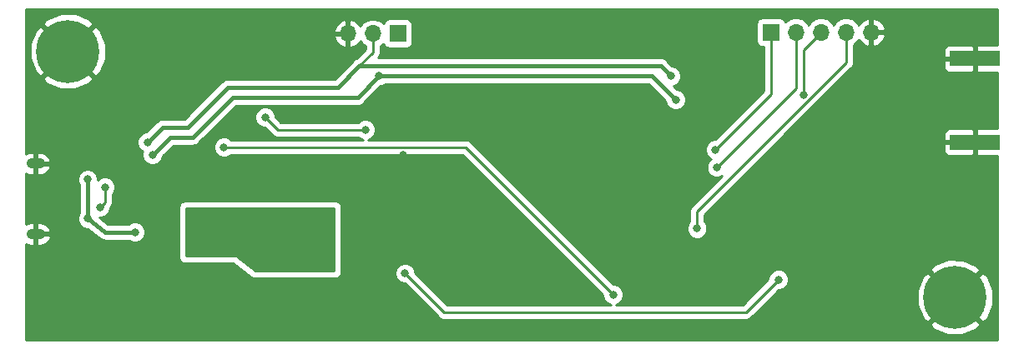
<source format=gbr>
G04 #@! TF.GenerationSoftware,KiCad,Pcbnew,5.0.2+dfsg1-1*
G04 #@! TF.CreationDate,2021-02-25T16:07:11+01:00*
G04 #@! TF.ProjectId,Pager-Interface (KiCAD),50616765-722d-4496-9e74-657266616365,rev?*
G04 #@! TF.SameCoordinates,Original*
G04 #@! TF.FileFunction,Copper,L2,Bot*
G04 #@! TF.FilePolarity,Positive*
%FSLAX46Y46*%
G04 Gerber Fmt 4.6, Leading zero omitted, Abs format (unit mm)*
G04 Created by KiCad (PCBNEW 5.0.2+dfsg1-1) date Thu 25 Feb 2021 16:07:11 CET*
%MOMM*%
%LPD*%
G01*
G04 APERTURE LIST*
G04 #@! TA.AperFunction,ComponentPad*
%ADD10C,6.400000*%
G04 #@! TD*
G04 #@! TA.AperFunction,ComponentPad*
%ADD11O,1.900000X1.050000*%
G04 #@! TD*
G04 #@! TA.AperFunction,SMDPad,CuDef*
%ADD12R,5.080000X1.500000*%
G04 #@! TD*
G04 #@! TA.AperFunction,ComponentPad*
%ADD13R,1.700000X1.700000*%
G04 #@! TD*
G04 #@! TA.AperFunction,ComponentPad*
%ADD14O,1.700000X1.700000*%
G04 #@! TD*
G04 #@! TA.AperFunction,ViaPad*
%ADD15C,0.800000*%
G04 #@! TD*
G04 #@! TA.AperFunction,Conductor*
%ADD16C,0.400000*%
G04 #@! TD*
G04 #@! TA.AperFunction,Conductor*
%ADD17C,0.250000*%
G04 #@! TD*
G04 #@! TA.AperFunction,Conductor*
%ADD18C,0.254000*%
G04 #@! TD*
G04 APERTURE END LIST*
D10*
G04 #@! TO.P,REF\002A\002A,1*
G04 #@! TO.N,GND*
X134000000Y-126000000D03*
G04 #@! TD*
D11*
G04 #@! TO.P,J1,6*
G04 #@! TO.N,GND*
X40710000Y-112425000D03*
X40710000Y-119575000D03*
G04 #@! TD*
D12*
G04 #@! TO.P,J2,2*
G04 #@! TO.N,GND*
X136000000Y-110250000D03*
X136000000Y-101750000D03*
G04 #@! TD*
D10*
G04 #@! TO.P,REF\002A\002A,1*
G04 #@! TO.N,GND*
X44000000Y-101000000D03*
G04 #@! TD*
D13*
G04 #@! TO.P,J3,1*
G04 #@! TO.N,/RX_Data*
X115316000Y-99060000D03*
D14*
G04 #@! TO.P,J3,2*
G04 #@! TO.N,/RX_Clock*
X117856000Y-99060000D03*
G04 #@! TO.P,J3,3*
G04 #@! TO.N,/RSSI*
X120396000Y-99060000D03*
G04 #@! TO.P,J3,4*
G04 #@! TO.N,/nIRQ*
X122936000Y-99060000D03*
G04 #@! TO.P,J3,5*
G04 #@! TO.N,GND*
X125476000Y-99060000D03*
G04 #@! TD*
D13*
G04 #@! TO.P,J4,1*
G04 #@! TO.N,/RX0*
X77470000Y-99187000D03*
D14*
G04 #@! TO.P,J4,2*
G04 #@! TO.N,/TX0*
X74930000Y-99187000D03*
G04 #@! TO.P,J4,3*
G04 #@! TO.N,GND*
X72390000Y-99187000D03*
G04 #@! TD*
D15*
G04 #@! TO.N,+5V*
X50800000Y-119380000D03*
X46000000Y-118000000D03*
X46000000Y-114000000D03*
G04 #@! TO.N,GND*
X59436000Y-124968000D03*
X53848000Y-121793000D03*
X77978000Y-129286000D03*
X73660000Y-129286000D03*
X67310000Y-129286000D03*
X56642000Y-129540000D03*
X50038000Y-128778000D03*
X44450000Y-128778000D03*
X42672000Y-125222000D03*
X47752000Y-110998000D03*
X43688000Y-108204000D03*
X47752000Y-107696000D03*
X49784000Y-101600000D03*
X53594000Y-99060000D03*
X59182000Y-100076000D03*
X77978000Y-111506000D03*
X73914000Y-115570000D03*
X75184000Y-118364000D03*
X104140000Y-122682000D03*
X107188000Y-124968000D03*
X110744000Y-124206000D03*
X108204000Y-104013000D03*
X123444000Y-103378000D03*
X128270000Y-103378000D03*
X133096000Y-115570000D03*
X136398000Y-119634000D03*
X127762000Y-125730000D03*
X123190000Y-128778000D03*
X123952000Y-125222000D03*
X132080000Y-113030000D03*
X132588000Y-119380000D03*
X128524000Y-128270000D03*
X40894000Y-128524000D03*
X65024000Y-115316000D03*
X60198000Y-109220000D03*
X80264000Y-129286000D03*
X105410000Y-113030000D03*
X110490000Y-101727000D03*
X82931000Y-126111000D03*
G04 #@! TO.N,+3V3*
X56388000Y-117348000D03*
X56388000Y-121412000D03*
X70612000Y-117348000D03*
X70612000Y-122936000D03*
X62230000Y-117348000D03*
X69088000Y-119888000D03*
X65532000Y-122428000D03*
X62230000Y-121666000D03*
G04 #@! TO.N,/EN*
X64008000Y-107696000D03*
X74168000Y-108965990D03*
G04 #@! TO.N,/IO0*
X99314006Y-125730000D03*
X59816996Y-110744000D03*
G04 #@! TO.N,/RX0*
X105664000Y-105918000D03*
X52578000Y-111506000D03*
X75565000Y-103505000D03*
G04 #@! TO.N,/TX0*
X52070000Y-110236000D03*
X105156000Y-103505000D03*
G04 #@! TO.N,/nIRQ*
X107823000Y-119014000D03*
G04 #@! TO.N,/CLK*
X116077996Y-124205996D03*
X78193117Y-123555565D03*
G04 #@! TO.N,/RSSI*
X118618000Y-105410010D03*
G04 #@! TO.N,/RX_Clock*
X109818000Y-112776000D03*
G04 #@! TO.N,/RX_Data*
X109676000Y-110998000D03*
G04 #@! TO.N,/D+*
X47244000Y-116840000D03*
X47752000Y-114808000D03*
G04 #@! TD*
D16*
G04 #@! TO.N,+5V*
X50800000Y-119380000D02*
X50800000Y-119380000D01*
X47752000Y-119380000D02*
X50800000Y-119380000D01*
X46000000Y-118000000D02*
X46000000Y-118000000D01*
X46000000Y-118000000D02*
X47752000Y-119380000D01*
X46000000Y-114000000D02*
X46000000Y-118000000D01*
D17*
G04 #@! TO.N,/EN*
X73602315Y-108965990D02*
X74168000Y-108965990D01*
X65277990Y-108965990D02*
X73602315Y-108965990D01*
X64008000Y-107696000D02*
X65277990Y-108965990D01*
G04 #@! TO.N,/IO0*
X99314006Y-125730000D02*
X84328006Y-110744000D01*
X84328006Y-110744000D02*
X60382681Y-110744000D01*
X60382681Y-110744000D02*
X59816996Y-110744000D01*
D16*
G04 #@! TO.N,/RX0*
X105664000Y-105918000D02*
X105664000Y-105918000D01*
X54356000Y-109728000D02*
X56642000Y-109728000D01*
X56642000Y-109728000D02*
X60706000Y-105664000D01*
X52578000Y-111506000D02*
X54356000Y-109728000D01*
X60706000Y-105664000D02*
X73406000Y-105664000D01*
X73406000Y-105664000D02*
X75565000Y-103505000D01*
X75565000Y-103505000D02*
X75565000Y-103505000D01*
X103251000Y-103505000D02*
X105664000Y-105918000D01*
X75565000Y-103505000D02*
X103251000Y-103505000D01*
G04 #@! TO.N,/TX0*
X53594000Y-108712000D02*
X56134000Y-108712000D01*
X71374000Y-104648000D02*
X73533000Y-102489000D01*
X52070000Y-110236000D02*
X53594000Y-108712000D01*
X56134000Y-108712000D02*
X60198000Y-104648000D01*
X60198000Y-104648000D02*
X71374000Y-104648000D01*
X73533000Y-102489000D02*
X104140000Y-102489000D01*
X104756001Y-103105001D02*
X105156000Y-103505000D01*
X104140000Y-102489000D02*
X104756001Y-103105001D01*
D17*
X74930000Y-101092000D02*
X74930000Y-99187000D01*
X73533000Y-102489000D02*
X74930000Y-101092000D01*
G04 #@! TO.N,/nIRQ*
X107823000Y-118448315D02*
X107823000Y-119014000D01*
X107823000Y-117278012D02*
X107823000Y-118448315D01*
X122936000Y-102165012D02*
X107823000Y-117278012D01*
X122936000Y-99060000D02*
X122936000Y-102165012D01*
G04 #@! TO.N,/CLK*
X116077996Y-124205996D02*
X112775992Y-127508000D01*
X112775992Y-127508000D02*
X82145552Y-127508000D01*
X82145552Y-127508000D02*
X78593116Y-123955564D01*
X78593116Y-123955564D02*
X78193117Y-123555565D01*
G04 #@! TO.N,/RSSI*
X120396000Y-99060000D02*
X118618000Y-100838000D01*
X118618000Y-104844325D02*
X118618000Y-105410010D01*
X118618000Y-100838000D02*
X118618000Y-104844325D01*
G04 #@! TO.N,/RX_Clock*
X117856000Y-104738000D02*
X109818000Y-112776000D01*
X117856000Y-99060000D02*
X117856000Y-104738000D01*
G04 #@! TO.N,/RX_Data*
X115316000Y-105358000D02*
X109676000Y-110998000D01*
X115316000Y-99060000D02*
X115316000Y-105358000D01*
G04 #@! TO.N,/D+*
X47752000Y-116332000D02*
X47244000Y-116840000D01*
X47752000Y-114808000D02*
X47752000Y-116332000D01*
G04 #@! TD*
D18*
G04 #@! TO.N,+3V3*
G36*
X70993000Y-123317000D02*
X63034333Y-123317000D01*
X61036200Y-121818400D01*
X60991519Y-121796973D01*
X60960000Y-121793000D01*
X56007000Y-121793000D01*
X56007000Y-116967000D01*
X70993000Y-116967000D01*
X70993000Y-123317000D01*
X70993000Y-123317000D01*
G37*
X70993000Y-123317000D02*
X63034333Y-123317000D01*
X61036200Y-121818400D01*
X60991519Y-121796973D01*
X60960000Y-121793000D01*
X56007000Y-121793000D01*
X56007000Y-116967000D01*
X70993000Y-116967000D01*
X70993000Y-123317000D01*
G04 #@! TO.N,GND*
G36*
X138290001Y-100365000D02*
X136285750Y-100365000D01*
X136127000Y-100523750D01*
X136127000Y-101623000D01*
X136147000Y-101623000D01*
X136147000Y-101877000D01*
X136127000Y-101877000D01*
X136127000Y-102976250D01*
X136285750Y-103135000D01*
X138290001Y-103135000D01*
X138290001Y-108865000D01*
X136285750Y-108865000D01*
X136127000Y-109023750D01*
X136127000Y-110123000D01*
X136147000Y-110123000D01*
X136147000Y-110377000D01*
X136127000Y-110377000D01*
X136127000Y-111476250D01*
X136285750Y-111635000D01*
X138290001Y-111635000D01*
X138290000Y-130290000D01*
X39710000Y-130290000D01*
X39710000Y-128740910D01*
X131438695Y-128740910D01*
X131805640Y-129236343D01*
X133211171Y-129829736D01*
X134736793Y-129840087D01*
X136150246Y-129265819D01*
X136194360Y-129236343D01*
X136561305Y-128740910D01*
X134000000Y-126179605D01*
X131438695Y-128740910D01*
X39710000Y-128740910D01*
X39710000Y-120586558D01*
X39723755Y-120598099D01*
X40158000Y-120735000D01*
X40583000Y-120735000D01*
X40583000Y-119702000D01*
X40837000Y-119702000D01*
X40837000Y-120735000D01*
X41262000Y-120735000D01*
X41696245Y-120598099D01*
X42045046Y-120305441D01*
X42253964Y-119880810D01*
X42128163Y-119702000D01*
X40837000Y-119702000D01*
X40583000Y-119702000D01*
X40563000Y-119702000D01*
X40563000Y-119448000D01*
X40583000Y-119448000D01*
X40583000Y-118415000D01*
X40837000Y-118415000D01*
X40837000Y-119448000D01*
X42128163Y-119448000D01*
X42253964Y-119269190D01*
X42045046Y-118844559D01*
X41696245Y-118551901D01*
X41262000Y-118415000D01*
X40837000Y-118415000D01*
X40583000Y-118415000D01*
X40158000Y-118415000D01*
X39723755Y-118551901D01*
X39710000Y-118563442D01*
X39710000Y-113794126D01*
X44965000Y-113794126D01*
X44965000Y-114205874D01*
X45122569Y-114586280D01*
X45165000Y-114628711D01*
X45165001Y-117371288D01*
X45122569Y-117413720D01*
X44965000Y-117794126D01*
X44965000Y-118205874D01*
X45122569Y-118586280D01*
X45413720Y-118877431D01*
X45794126Y-119035000D01*
X45964553Y-119035000D01*
X47131296Y-119954011D01*
X47149999Y-119982001D01*
X47260958Y-120056142D01*
X47299928Y-120086837D01*
X47329183Y-120101728D01*
X47426199Y-120166552D01*
X47475997Y-120176457D01*
X47521243Y-120199488D01*
X47637560Y-120208594D01*
X47669763Y-120215000D01*
X47719380Y-120215000D01*
X47852413Y-120225415D01*
X47884422Y-120215000D01*
X50171289Y-120215000D01*
X50213720Y-120257431D01*
X50594126Y-120415000D01*
X51005874Y-120415000D01*
X51386280Y-120257431D01*
X51677431Y-119966280D01*
X51835000Y-119585874D01*
X51835000Y-119174126D01*
X51677431Y-118793720D01*
X51386280Y-118502569D01*
X51005874Y-118345000D01*
X50594126Y-118345000D01*
X50213720Y-118502569D01*
X50171289Y-118545000D01*
X48041361Y-118545000D01*
X47190751Y-117875000D01*
X47449874Y-117875000D01*
X47830280Y-117717431D01*
X48121431Y-117426280D01*
X48279000Y-117045874D01*
X48279000Y-116893913D01*
X48299929Y-116879929D01*
X48326608Y-116840000D01*
X55245000Y-116840000D01*
X55245000Y-121920000D01*
X55293336Y-122163004D01*
X55430987Y-122369013D01*
X55636996Y-122506664D01*
X55880000Y-122555000D01*
X60748333Y-122555000D01*
X62611000Y-123952000D01*
X62748996Y-124030664D01*
X62992000Y-124079000D01*
X71120000Y-124079000D01*
X71363004Y-124030664D01*
X71569013Y-123893013D01*
X71706664Y-123687004D01*
X71755000Y-123444000D01*
X71755000Y-116840000D01*
X71706664Y-116596996D01*
X71569013Y-116390987D01*
X71363004Y-116253336D01*
X71120000Y-116205000D01*
X55880000Y-116205000D01*
X55636996Y-116253336D01*
X55430987Y-116390987D01*
X55293336Y-116596996D01*
X55245000Y-116840000D01*
X48326608Y-116840000D01*
X48342327Y-116816476D01*
X48342329Y-116816474D01*
X48426102Y-116691098D01*
X48467904Y-116628537D01*
X48512000Y-116406852D01*
X48512000Y-116406848D01*
X48526888Y-116332001D01*
X48512000Y-116257154D01*
X48512000Y-115511711D01*
X48629431Y-115394280D01*
X48787000Y-115013874D01*
X48787000Y-114602126D01*
X48629431Y-114221720D01*
X48338280Y-113930569D01*
X47957874Y-113773000D01*
X47546126Y-113773000D01*
X47165720Y-113930569D01*
X47035000Y-114061289D01*
X47035000Y-113794126D01*
X46877431Y-113413720D01*
X46586280Y-113122569D01*
X46205874Y-112965000D01*
X45794126Y-112965000D01*
X45413720Y-113122569D01*
X45122569Y-113413720D01*
X44965000Y-113794126D01*
X39710000Y-113794126D01*
X39710000Y-113436558D01*
X39723755Y-113448099D01*
X40158000Y-113585000D01*
X40583000Y-113585000D01*
X40583000Y-112552000D01*
X40837000Y-112552000D01*
X40837000Y-113585000D01*
X41262000Y-113585000D01*
X41696245Y-113448099D01*
X42045046Y-113155441D01*
X42253964Y-112730810D01*
X42128163Y-112552000D01*
X40837000Y-112552000D01*
X40583000Y-112552000D01*
X40563000Y-112552000D01*
X40563000Y-112298000D01*
X40583000Y-112298000D01*
X40583000Y-111265000D01*
X40837000Y-111265000D01*
X40837000Y-112298000D01*
X42128163Y-112298000D01*
X42253964Y-112119190D01*
X42045046Y-111694559D01*
X41696245Y-111401901D01*
X41262000Y-111265000D01*
X40837000Y-111265000D01*
X40583000Y-111265000D01*
X40158000Y-111265000D01*
X39723755Y-111401901D01*
X39710000Y-111413442D01*
X39710000Y-110030126D01*
X51035000Y-110030126D01*
X51035000Y-110441874D01*
X51192569Y-110822280D01*
X51483720Y-111113431D01*
X51600325Y-111161730D01*
X51543000Y-111300126D01*
X51543000Y-111711874D01*
X51700569Y-112092280D01*
X51991720Y-112383431D01*
X52372126Y-112541000D01*
X52783874Y-112541000D01*
X53164280Y-112383431D01*
X53455431Y-112092280D01*
X53613000Y-111711874D01*
X53613000Y-111651867D01*
X54701868Y-110563000D01*
X56559767Y-110563000D01*
X56642000Y-110579357D01*
X56724233Y-110563000D01*
X56724237Y-110563000D01*
X56849286Y-110538126D01*
X58781996Y-110538126D01*
X58781996Y-110949874D01*
X58939565Y-111330280D01*
X59230716Y-111621431D01*
X59611122Y-111779000D01*
X60022870Y-111779000D01*
X60403276Y-111621431D01*
X60520707Y-111504000D01*
X84013205Y-111504000D01*
X98279006Y-125769803D01*
X98279006Y-125935874D01*
X98436575Y-126316280D01*
X98727726Y-126607431D01*
X99067090Y-126748000D01*
X82460354Y-126748000D01*
X79228117Y-123515764D01*
X79228117Y-123349691D01*
X79070548Y-122969285D01*
X78779397Y-122678134D01*
X78398991Y-122520565D01*
X77987243Y-122520565D01*
X77606837Y-122678134D01*
X77315686Y-122969285D01*
X77158117Y-123349691D01*
X77158117Y-123761439D01*
X77315686Y-124141845D01*
X77606837Y-124432996D01*
X77987243Y-124590565D01*
X78153316Y-124590565D01*
X81555223Y-127992473D01*
X81597623Y-128055929D01*
X81849015Y-128223904D01*
X82070700Y-128268000D01*
X82070704Y-128268000D01*
X82145551Y-128282888D01*
X82220398Y-128268000D01*
X112701145Y-128268000D01*
X112775992Y-128282888D01*
X112850839Y-128268000D01*
X112850844Y-128268000D01*
X113072529Y-128223904D01*
X113323921Y-128055929D01*
X113366323Y-127992470D01*
X114622000Y-126736793D01*
X130159913Y-126736793D01*
X130734181Y-128150246D01*
X130763657Y-128194360D01*
X131259090Y-128561305D01*
X133820395Y-126000000D01*
X134179605Y-126000000D01*
X136740910Y-128561305D01*
X137236343Y-128194360D01*
X137829736Y-126788829D01*
X137840087Y-125263207D01*
X137265819Y-123849754D01*
X137236343Y-123805640D01*
X136740910Y-123438695D01*
X134179605Y-126000000D01*
X133820395Y-126000000D01*
X131259090Y-123438695D01*
X130763657Y-123805640D01*
X130170264Y-125211171D01*
X130159913Y-126736793D01*
X114622000Y-126736793D01*
X116117798Y-125240996D01*
X116283870Y-125240996D01*
X116664276Y-125083427D01*
X116955427Y-124792276D01*
X117112996Y-124411870D01*
X117112996Y-124000122D01*
X116955427Y-123619716D01*
X116664276Y-123328565D01*
X116496549Y-123259090D01*
X131438695Y-123259090D01*
X134000000Y-125820395D01*
X136561305Y-123259090D01*
X136194360Y-122763657D01*
X134788829Y-122170264D01*
X133263207Y-122159913D01*
X131849754Y-122734181D01*
X131805640Y-122763657D01*
X131438695Y-123259090D01*
X116496549Y-123259090D01*
X116283870Y-123170996D01*
X115872122Y-123170996D01*
X115491716Y-123328565D01*
X115200565Y-123619716D01*
X115042996Y-124000122D01*
X115042996Y-124166194D01*
X112461191Y-126748000D01*
X99560922Y-126748000D01*
X99900286Y-126607431D01*
X100191437Y-126316280D01*
X100349006Y-125935874D01*
X100349006Y-125524126D01*
X100191437Y-125143720D01*
X99900286Y-124852569D01*
X99519880Y-124695000D01*
X99353809Y-124695000D01*
X93466935Y-118808126D01*
X106788000Y-118808126D01*
X106788000Y-119219874D01*
X106945569Y-119600280D01*
X107236720Y-119891431D01*
X107617126Y-120049000D01*
X108028874Y-120049000D01*
X108409280Y-119891431D01*
X108700431Y-119600280D01*
X108858000Y-119219874D01*
X108858000Y-118808126D01*
X108700431Y-118427720D01*
X108583000Y-118310289D01*
X108583000Y-117592813D01*
X115640063Y-110535750D01*
X132825000Y-110535750D01*
X132825000Y-111126309D01*
X132921673Y-111359698D01*
X133100301Y-111538327D01*
X133333690Y-111635000D01*
X135714250Y-111635000D01*
X135873000Y-111476250D01*
X135873000Y-110377000D01*
X132983750Y-110377000D01*
X132825000Y-110535750D01*
X115640063Y-110535750D01*
X116802122Y-109373691D01*
X132825000Y-109373691D01*
X132825000Y-109964250D01*
X132983750Y-110123000D01*
X135873000Y-110123000D01*
X135873000Y-109023750D01*
X135714250Y-108865000D01*
X133333690Y-108865000D01*
X133100301Y-108961673D01*
X132921673Y-109140302D01*
X132825000Y-109373691D01*
X116802122Y-109373691D01*
X123420473Y-102755341D01*
X123483929Y-102712941D01*
X123651904Y-102461549D01*
X123696000Y-102239864D01*
X123696000Y-102239860D01*
X123710888Y-102165012D01*
X123696000Y-102090164D01*
X123696000Y-102035750D01*
X132825000Y-102035750D01*
X132825000Y-102626309D01*
X132921673Y-102859698D01*
X133100301Y-103038327D01*
X133333690Y-103135000D01*
X135714250Y-103135000D01*
X135873000Y-102976250D01*
X135873000Y-101877000D01*
X132983750Y-101877000D01*
X132825000Y-102035750D01*
X123696000Y-102035750D01*
X123696000Y-100873691D01*
X132825000Y-100873691D01*
X132825000Y-101464250D01*
X132983750Y-101623000D01*
X135873000Y-101623000D01*
X135873000Y-100523750D01*
X135714250Y-100365000D01*
X133333690Y-100365000D01*
X133100301Y-100461673D01*
X132921673Y-100640302D01*
X132825000Y-100873691D01*
X123696000Y-100873691D01*
X123696000Y-100338178D01*
X124006625Y-100130625D01*
X124219843Y-99811522D01*
X124280817Y-99941358D01*
X124709076Y-100331645D01*
X125119110Y-100501476D01*
X125349000Y-100380155D01*
X125349000Y-99187000D01*
X125603000Y-99187000D01*
X125603000Y-100380155D01*
X125832890Y-100501476D01*
X126242924Y-100331645D01*
X126671183Y-99941358D01*
X126917486Y-99416892D01*
X126796819Y-99187000D01*
X125603000Y-99187000D01*
X125349000Y-99187000D01*
X125329000Y-99187000D01*
X125329000Y-98933000D01*
X125349000Y-98933000D01*
X125349000Y-97739845D01*
X125603000Y-97739845D01*
X125603000Y-98933000D01*
X126796819Y-98933000D01*
X126917486Y-98703108D01*
X126671183Y-98178642D01*
X126242924Y-97788355D01*
X125832890Y-97618524D01*
X125603000Y-97739845D01*
X125349000Y-97739845D01*
X125119110Y-97618524D01*
X124709076Y-97788355D01*
X124280817Y-98178642D01*
X124219843Y-98308478D01*
X124006625Y-97989375D01*
X123515418Y-97661161D01*
X123082256Y-97575000D01*
X122789744Y-97575000D01*
X122356582Y-97661161D01*
X121865375Y-97989375D01*
X121666000Y-98287761D01*
X121466625Y-97989375D01*
X120975418Y-97661161D01*
X120542256Y-97575000D01*
X120249744Y-97575000D01*
X119816582Y-97661161D01*
X119325375Y-97989375D01*
X119126000Y-98287761D01*
X118926625Y-97989375D01*
X118435418Y-97661161D01*
X118002256Y-97575000D01*
X117709744Y-97575000D01*
X117276582Y-97661161D01*
X116785375Y-97989375D01*
X116773184Y-98007619D01*
X116764157Y-97962235D01*
X116623809Y-97752191D01*
X116413765Y-97611843D01*
X116166000Y-97562560D01*
X114466000Y-97562560D01*
X114218235Y-97611843D01*
X114008191Y-97752191D01*
X113867843Y-97962235D01*
X113818560Y-98210000D01*
X113818560Y-99910000D01*
X113867843Y-100157765D01*
X114008191Y-100367809D01*
X114218235Y-100508157D01*
X114466000Y-100557440D01*
X114556000Y-100557440D01*
X114556001Y-105043196D01*
X109636199Y-109963000D01*
X109470126Y-109963000D01*
X109089720Y-110120569D01*
X108798569Y-110411720D01*
X108641000Y-110792126D01*
X108641000Y-111203874D01*
X108798569Y-111584280D01*
X109089720Y-111875431D01*
X109206490Y-111923799D01*
X108940569Y-112189720D01*
X108783000Y-112570126D01*
X108783000Y-112981874D01*
X108940569Y-113362280D01*
X109231720Y-113653431D01*
X109612126Y-113811000D01*
X110023874Y-113811000D01*
X110350506Y-113675705D01*
X107338530Y-116687681D01*
X107275071Y-116730083D01*
X107107096Y-116981476D01*
X107063000Y-117203161D01*
X107063000Y-117203165D01*
X107048112Y-117278012D01*
X107063000Y-117352859D01*
X107063001Y-118310288D01*
X106945569Y-118427720D01*
X106788000Y-118808126D01*
X93466935Y-118808126D01*
X84918337Y-110259530D01*
X84875935Y-110196071D01*
X84624543Y-110028096D01*
X84402858Y-109984000D01*
X84402853Y-109984000D01*
X84328006Y-109969112D01*
X84253159Y-109984000D01*
X74414892Y-109984000D01*
X74754280Y-109843421D01*
X75045431Y-109552270D01*
X75203000Y-109171864D01*
X75203000Y-108760116D01*
X75045431Y-108379710D01*
X74754280Y-108088559D01*
X74373874Y-107930990D01*
X73962126Y-107930990D01*
X73581720Y-108088559D01*
X73464289Y-108205990D01*
X65592792Y-108205990D01*
X65043000Y-107656199D01*
X65043000Y-107490126D01*
X64885431Y-107109720D01*
X64594280Y-106818569D01*
X64213874Y-106661000D01*
X63802126Y-106661000D01*
X63421720Y-106818569D01*
X63130569Y-107109720D01*
X62973000Y-107490126D01*
X62973000Y-107901874D01*
X63130569Y-108282280D01*
X63421720Y-108573431D01*
X63802126Y-108731000D01*
X63968199Y-108731000D01*
X64687661Y-109450463D01*
X64730061Y-109513919D01*
X64981453Y-109681894D01*
X65203138Y-109725990D01*
X65203142Y-109725990D01*
X65277989Y-109740878D01*
X65352836Y-109725990D01*
X73464289Y-109725990D01*
X73581720Y-109843421D01*
X73921108Y-109984000D01*
X60520707Y-109984000D01*
X60403276Y-109866569D01*
X60022870Y-109709000D01*
X59611122Y-109709000D01*
X59230716Y-109866569D01*
X58939565Y-110157720D01*
X58781996Y-110538126D01*
X56849286Y-110538126D01*
X56967801Y-110514552D01*
X57244001Y-110330001D01*
X57290587Y-110260280D01*
X61051868Y-106499000D01*
X73323767Y-106499000D01*
X73406000Y-106515357D01*
X73488233Y-106499000D01*
X73488237Y-106499000D01*
X73731801Y-106450552D01*
X74008001Y-106266001D01*
X74054587Y-106196280D01*
X75710868Y-104540000D01*
X75770874Y-104540000D01*
X76151280Y-104382431D01*
X76193711Y-104340000D01*
X102905133Y-104340000D01*
X104629000Y-106063869D01*
X104629000Y-106123874D01*
X104786569Y-106504280D01*
X105077720Y-106795431D01*
X105458126Y-106953000D01*
X105869874Y-106953000D01*
X106250280Y-106795431D01*
X106541431Y-106504280D01*
X106699000Y-106123874D01*
X106699000Y-105712126D01*
X106541431Y-105331720D01*
X106250280Y-105040569D01*
X105869874Y-104883000D01*
X105809869Y-104883000D01*
X105436116Y-104509248D01*
X105742280Y-104382431D01*
X106033431Y-104091280D01*
X106191000Y-103710874D01*
X106191000Y-103299126D01*
X106033431Y-102918720D01*
X105742280Y-102627569D01*
X105361874Y-102470000D01*
X105301868Y-102470000D01*
X104788587Y-101956720D01*
X104742001Y-101886999D01*
X104465801Y-101702448D01*
X104222237Y-101654000D01*
X104222233Y-101654000D01*
X104140000Y-101637643D01*
X104057767Y-101654000D01*
X75456870Y-101654000D01*
X75477929Y-101639929D01*
X75520327Y-101576476D01*
X75520329Y-101576474D01*
X75619316Y-101428329D01*
X75645904Y-101388537D01*
X75690000Y-101166852D01*
X75690000Y-101166848D01*
X75704888Y-101092001D01*
X75690000Y-101017154D01*
X75690000Y-100465178D01*
X76000625Y-100257625D01*
X76012816Y-100239381D01*
X76021843Y-100284765D01*
X76162191Y-100494809D01*
X76372235Y-100635157D01*
X76620000Y-100684440D01*
X78320000Y-100684440D01*
X78567765Y-100635157D01*
X78777809Y-100494809D01*
X78918157Y-100284765D01*
X78967440Y-100037000D01*
X78967440Y-98337000D01*
X78918157Y-98089235D01*
X78777809Y-97879191D01*
X78567765Y-97738843D01*
X78320000Y-97689560D01*
X76620000Y-97689560D01*
X76372235Y-97738843D01*
X76162191Y-97879191D01*
X76021843Y-98089235D01*
X76012816Y-98134619D01*
X76000625Y-98116375D01*
X75509418Y-97788161D01*
X75076256Y-97702000D01*
X74783744Y-97702000D01*
X74350582Y-97788161D01*
X73859375Y-98116375D01*
X73646157Y-98435478D01*
X73585183Y-98305642D01*
X73156924Y-97915355D01*
X72746890Y-97745524D01*
X72517000Y-97866845D01*
X72517000Y-99060000D01*
X72537000Y-99060000D01*
X72537000Y-99314000D01*
X72517000Y-99314000D01*
X72517000Y-100507155D01*
X72746890Y-100628476D01*
X73156924Y-100458645D01*
X73585183Y-100068358D01*
X73646157Y-99938522D01*
X73859375Y-100257625D01*
X74170000Y-100465178D01*
X74170000Y-100777197D01*
X73254075Y-101693124D01*
X73207199Y-101702448D01*
X72930999Y-101886999D01*
X72884415Y-101956717D01*
X71028133Y-103813000D01*
X60280237Y-103813000D01*
X60198000Y-103796642D01*
X60115763Y-103813000D01*
X59872199Y-103861448D01*
X59595999Y-104045999D01*
X59549415Y-104115717D01*
X55788133Y-107877000D01*
X53676232Y-107877000D01*
X53593999Y-107860643D01*
X53511766Y-107877000D01*
X53511763Y-107877000D01*
X53268199Y-107925448D01*
X52991999Y-108109999D01*
X52945416Y-108179715D01*
X51924132Y-109201000D01*
X51864126Y-109201000D01*
X51483720Y-109358569D01*
X51192569Y-109649720D01*
X51035000Y-110030126D01*
X39710000Y-110030126D01*
X39710000Y-103740910D01*
X41438695Y-103740910D01*
X41805640Y-104236343D01*
X43211171Y-104829736D01*
X44736793Y-104840087D01*
X46150246Y-104265819D01*
X46194360Y-104236343D01*
X46561305Y-103740910D01*
X44000000Y-101179605D01*
X41438695Y-103740910D01*
X39710000Y-103740910D01*
X39710000Y-101736793D01*
X40159913Y-101736793D01*
X40734181Y-103150246D01*
X40763657Y-103194360D01*
X41259090Y-103561305D01*
X43820395Y-101000000D01*
X44179605Y-101000000D01*
X46740910Y-103561305D01*
X47236343Y-103194360D01*
X47829736Y-101788829D01*
X47840087Y-100263207D01*
X47547839Y-99543892D01*
X70948514Y-99543892D01*
X71194817Y-100068358D01*
X71623076Y-100458645D01*
X72033110Y-100628476D01*
X72263000Y-100507155D01*
X72263000Y-99314000D01*
X71069181Y-99314000D01*
X70948514Y-99543892D01*
X47547839Y-99543892D01*
X47265819Y-98849754D01*
X47252692Y-98830108D01*
X70948514Y-98830108D01*
X71069181Y-99060000D01*
X72263000Y-99060000D01*
X72263000Y-97866845D01*
X72033110Y-97745524D01*
X71623076Y-97915355D01*
X71194817Y-98305642D01*
X70948514Y-98830108D01*
X47252692Y-98830108D01*
X47236343Y-98805640D01*
X46740910Y-98438695D01*
X44179605Y-101000000D01*
X43820395Y-101000000D01*
X41259090Y-98438695D01*
X40763657Y-98805640D01*
X40170264Y-100211171D01*
X40159913Y-101736793D01*
X39710000Y-101736793D01*
X39710000Y-98259090D01*
X41438695Y-98259090D01*
X44000000Y-100820395D01*
X46561305Y-98259090D01*
X46194360Y-97763657D01*
X44788829Y-97170264D01*
X43263207Y-97159913D01*
X41849754Y-97734181D01*
X41805640Y-97763657D01*
X41438695Y-98259090D01*
X39710000Y-98259090D01*
X39710000Y-96710000D01*
X138290001Y-96710000D01*
X138290001Y-100365000D01*
X138290001Y-100365000D01*
G37*
X138290001Y-100365000D02*
X136285750Y-100365000D01*
X136127000Y-100523750D01*
X136127000Y-101623000D01*
X136147000Y-101623000D01*
X136147000Y-101877000D01*
X136127000Y-101877000D01*
X136127000Y-102976250D01*
X136285750Y-103135000D01*
X138290001Y-103135000D01*
X138290001Y-108865000D01*
X136285750Y-108865000D01*
X136127000Y-109023750D01*
X136127000Y-110123000D01*
X136147000Y-110123000D01*
X136147000Y-110377000D01*
X136127000Y-110377000D01*
X136127000Y-111476250D01*
X136285750Y-111635000D01*
X138290001Y-111635000D01*
X138290000Y-130290000D01*
X39710000Y-130290000D01*
X39710000Y-128740910D01*
X131438695Y-128740910D01*
X131805640Y-129236343D01*
X133211171Y-129829736D01*
X134736793Y-129840087D01*
X136150246Y-129265819D01*
X136194360Y-129236343D01*
X136561305Y-128740910D01*
X134000000Y-126179605D01*
X131438695Y-128740910D01*
X39710000Y-128740910D01*
X39710000Y-120586558D01*
X39723755Y-120598099D01*
X40158000Y-120735000D01*
X40583000Y-120735000D01*
X40583000Y-119702000D01*
X40837000Y-119702000D01*
X40837000Y-120735000D01*
X41262000Y-120735000D01*
X41696245Y-120598099D01*
X42045046Y-120305441D01*
X42253964Y-119880810D01*
X42128163Y-119702000D01*
X40837000Y-119702000D01*
X40583000Y-119702000D01*
X40563000Y-119702000D01*
X40563000Y-119448000D01*
X40583000Y-119448000D01*
X40583000Y-118415000D01*
X40837000Y-118415000D01*
X40837000Y-119448000D01*
X42128163Y-119448000D01*
X42253964Y-119269190D01*
X42045046Y-118844559D01*
X41696245Y-118551901D01*
X41262000Y-118415000D01*
X40837000Y-118415000D01*
X40583000Y-118415000D01*
X40158000Y-118415000D01*
X39723755Y-118551901D01*
X39710000Y-118563442D01*
X39710000Y-113794126D01*
X44965000Y-113794126D01*
X44965000Y-114205874D01*
X45122569Y-114586280D01*
X45165000Y-114628711D01*
X45165001Y-117371288D01*
X45122569Y-117413720D01*
X44965000Y-117794126D01*
X44965000Y-118205874D01*
X45122569Y-118586280D01*
X45413720Y-118877431D01*
X45794126Y-119035000D01*
X45964553Y-119035000D01*
X47131296Y-119954011D01*
X47149999Y-119982001D01*
X47260958Y-120056142D01*
X47299928Y-120086837D01*
X47329183Y-120101728D01*
X47426199Y-120166552D01*
X47475997Y-120176457D01*
X47521243Y-120199488D01*
X47637560Y-120208594D01*
X47669763Y-120215000D01*
X47719380Y-120215000D01*
X47852413Y-120225415D01*
X47884422Y-120215000D01*
X50171289Y-120215000D01*
X50213720Y-120257431D01*
X50594126Y-120415000D01*
X51005874Y-120415000D01*
X51386280Y-120257431D01*
X51677431Y-119966280D01*
X51835000Y-119585874D01*
X51835000Y-119174126D01*
X51677431Y-118793720D01*
X51386280Y-118502569D01*
X51005874Y-118345000D01*
X50594126Y-118345000D01*
X50213720Y-118502569D01*
X50171289Y-118545000D01*
X48041361Y-118545000D01*
X47190751Y-117875000D01*
X47449874Y-117875000D01*
X47830280Y-117717431D01*
X48121431Y-117426280D01*
X48279000Y-117045874D01*
X48279000Y-116893913D01*
X48299929Y-116879929D01*
X48326608Y-116840000D01*
X55245000Y-116840000D01*
X55245000Y-121920000D01*
X55293336Y-122163004D01*
X55430987Y-122369013D01*
X55636996Y-122506664D01*
X55880000Y-122555000D01*
X60748333Y-122555000D01*
X62611000Y-123952000D01*
X62748996Y-124030664D01*
X62992000Y-124079000D01*
X71120000Y-124079000D01*
X71363004Y-124030664D01*
X71569013Y-123893013D01*
X71706664Y-123687004D01*
X71755000Y-123444000D01*
X71755000Y-116840000D01*
X71706664Y-116596996D01*
X71569013Y-116390987D01*
X71363004Y-116253336D01*
X71120000Y-116205000D01*
X55880000Y-116205000D01*
X55636996Y-116253336D01*
X55430987Y-116390987D01*
X55293336Y-116596996D01*
X55245000Y-116840000D01*
X48326608Y-116840000D01*
X48342327Y-116816476D01*
X48342329Y-116816474D01*
X48426102Y-116691098D01*
X48467904Y-116628537D01*
X48512000Y-116406852D01*
X48512000Y-116406848D01*
X48526888Y-116332001D01*
X48512000Y-116257154D01*
X48512000Y-115511711D01*
X48629431Y-115394280D01*
X48787000Y-115013874D01*
X48787000Y-114602126D01*
X48629431Y-114221720D01*
X48338280Y-113930569D01*
X47957874Y-113773000D01*
X47546126Y-113773000D01*
X47165720Y-113930569D01*
X47035000Y-114061289D01*
X47035000Y-113794126D01*
X46877431Y-113413720D01*
X46586280Y-113122569D01*
X46205874Y-112965000D01*
X45794126Y-112965000D01*
X45413720Y-113122569D01*
X45122569Y-113413720D01*
X44965000Y-113794126D01*
X39710000Y-113794126D01*
X39710000Y-113436558D01*
X39723755Y-113448099D01*
X40158000Y-113585000D01*
X40583000Y-113585000D01*
X40583000Y-112552000D01*
X40837000Y-112552000D01*
X40837000Y-113585000D01*
X41262000Y-113585000D01*
X41696245Y-113448099D01*
X42045046Y-113155441D01*
X42253964Y-112730810D01*
X42128163Y-112552000D01*
X40837000Y-112552000D01*
X40583000Y-112552000D01*
X40563000Y-112552000D01*
X40563000Y-112298000D01*
X40583000Y-112298000D01*
X40583000Y-111265000D01*
X40837000Y-111265000D01*
X40837000Y-112298000D01*
X42128163Y-112298000D01*
X42253964Y-112119190D01*
X42045046Y-111694559D01*
X41696245Y-111401901D01*
X41262000Y-111265000D01*
X40837000Y-111265000D01*
X40583000Y-111265000D01*
X40158000Y-111265000D01*
X39723755Y-111401901D01*
X39710000Y-111413442D01*
X39710000Y-110030126D01*
X51035000Y-110030126D01*
X51035000Y-110441874D01*
X51192569Y-110822280D01*
X51483720Y-111113431D01*
X51600325Y-111161730D01*
X51543000Y-111300126D01*
X51543000Y-111711874D01*
X51700569Y-112092280D01*
X51991720Y-112383431D01*
X52372126Y-112541000D01*
X52783874Y-112541000D01*
X53164280Y-112383431D01*
X53455431Y-112092280D01*
X53613000Y-111711874D01*
X53613000Y-111651867D01*
X54701868Y-110563000D01*
X56559767Y-110563000D01*
X56642000Y-110579357D01*
X56724233Y-110563000D01*
X56724237Y-110563000D01*
X56849286Y-110538126D01*
X58781996Y-110538126D01*
X58781996Y-110949874D01*
X58939565Y-111330280D01*
X59230716Y-111621431D01*
X59611122Y-111779000D01*
X60022870Y-111779000D01*
X60403276Y-111621431D01*
X60520707Y-111504000D01*
X84013205Y-111504000D01*
X98279006Y-125769803D01*
X98279006Y-125935874D01*
X98436575Y-126316280D01*
X98727726Y-126607431D01*
X99067090Y-126748000D01*
X82460354Y-126748000D01*
X79228117Y-123515764D01*
X79228117Y-123349691D01*
X79070548Y-122969285D01*
X78779397Y-122678134D01*
X78398991Y-122520565D01*
X77987243Y-122520565D01*
X77606837Y-122678134D01*
X77315686Y-122969285D01*
X77158117Y-123349691D01*
X77158117Y-123761439D01*
X77315686Y-124141845D01*
X77606837Y-124432996D01*
X77987243Y-124590565D01*
X78153316Y-124590565D01*
X81555223Y-127992473D01*
X81597623Y-128055929D01*
X81849015Y-128223904D01*
X82070700Y-128268000D01*
X82070704Y-128268000D01*
X82145551Y-128282888D01*
X82220398Y-128268000D01*
X112701145Y-128268000D01*
X112775992Y-128282888D01*
X112850839Y-128268000D01*
X112850844Y-128268000D01*
X113072529Y-128223904D01*
X113323921Y-128055929D01*
X113366323Y-127992470D01*
X114622000Y-126736793D01*
X130159913Y-126736793D01*
X130734181Y-128150246D01*
X130763657Y-128194360D01*
X131259090Y-128561305D01*
X133820395Y-126000000D01*
X134179605Y-126000000D01*
X136740910Y-128561305D01*
X137236343Y-128194360D01*
X137829736Y-126788829D01*
X137840087Y-125263207D01*
X137265819Y-123849754D01*
X137236343Y-123805640D01*
X136740910Y-123438695D01*
X134179605Y-126000000D01*
X133820395Y-126000000D01*
X131259090Y-123438695D01*
X130763657Y-123805640D01*
X130170264Y-125211171D01*
X130159913Y-126736793D01*
X114622000Y-126736793D01*
X116117798Y-125240996D01*
X116283870Y-125240996D01*
X116664276Y-125083427D01*
X116955427Y-124792276D01*
X117112996Y-124411870D01*
X117112996Y-124000122D01*
X116955427Y-123619716D01*
X116664276Y-123328565D01*
X116496549Y-123259090D01*
X131438695Y-123259090D01*
X134000000Y-125820395D01*
X136561305Y-123259090D01*
X136194360Y-122763657D01*
X134788829Y-122170264D01*
X133263207Y-122159913D01*
X131849754Y-122734181D01*
X131805640Y-122763657D01*
X131438695Y-123259090D01*
X116496549Y-123259090D01*
X116283870Y-123170996D01*
X115872122Y-123170996D01*
X115491716Y-123328565D01*
X115200565Y-123619716D01*
X115042996Y-124000122D01*
X115042996Y-124166194D01*
X112461191Y-126748000D01*
X99560922Y-126748000D01*
X99900286Y-126607431D01*
X100191437Y-126316280D01*
X100349006Y-125935874D01*
X100349006Y-125524126D01*
X100191437Y-125143720D01*
X99900286Y-124852569D01*
X99519880Y-124695000D01*
X99353809Y-124695000D01*
X93466935Y-118808126D01*
X106788000Y-118808126D01*
X106788000Y-119219874D01*
X106945569Y-119600280D01*
X107236720Y-119891431D01*
X107617126Y-120049000D01*
X108028874Y-120049000D01*
X108409280Y-119891431D01*
X108700431Y-119600280D01*
X108858000Y-119219874D01*
X108858000Y-118808126D01*
X108700431Y-118427720D01*
X108583000Y-118310289D01*
X108583000Y-117592813D01*
X115640063Y-110535750D01*
X132825000Y-110535750D01*
X132825000Y-111126309D01*
X132921673Y-111359698D01*
X133100301Y-111538327D01*
X133333690Y-111635000D01*
X135714250Y-111635000D01*
X135873000Y-111476250D01*
X135873000Y-110377000D01*
X132983750Y-110377000D01*
X132825000Y-110535750D01*
X115640063Y-110535750D01*
X116802122Y-109373691D01*
X132825000Y-109373691D01*
X132825000Y-109964250D01*
X132983750Y-110123000D01*
X135873000Y-110123000D01*
X135873000Y-109023750D01*
X135714250Y-108865000D01*
X133333690Y-108865000D01*
X133100301Y-108961673D01*
X132921673Y-109140302D01*
X132825000Y-109373691D01*
X116802122Y-109373691D01*
X123420473Y-102755341D01*
X123483929Y-102712941D01*
X123651904Y-102461549D01*
X123696000Y-102239864D01*
X123696000Y-102239860D01*
X123710888Y-102165012D01*
X123696000Y-102090164D01*
X123696000Y-102035750D01*
X132825000Y-102035750D01*
X132825000Y-102626309D01*
X132921673Y-102859698D01*
X133100301Y-103038327D01*
X133333690Y-103135000D01*
X135714250Y-103135000D01*
X135873000Y-102976250D01*
X135873000Y-101877000D01*
X132983750Y-101877000D01*
X132825000Y-102035750D01*
X123696000Y-102035750D01*
X123696000Y-100873691D01*
X132825000Y-100873691D01*
X132825000Y-101464250D01*
X132983750Y-101623000D01*
X135873000Y-101623000D01*
X135873000Y-100523750D01*
X135714250Y-100365000D01*
X133333690Y-100365000D01*
X133100301Y-100461673D01*
X132921673Y-100640302D01*
X132825000Y-100873691D01*
X123696000Y-100873691D01*
X123696000Y-100338178D01*
X124006625Y-100130625D01*
X124219843Y-99811522D01*
X124280817Y-99941358D01*
X124709076Y-100331645D01*
X125119110Y-100501476D01*
X125349000Y-100380155D01*
X125349000Y-99187000D01*
X125603000Y-99187000D01*
X125603000Y-100380155D01*
X125832890Y-100501476D01*
X126242924Y-100331645D01*
X126671183Y-99941358D01*
X126917486Y-99416892D01*
X126796819Y-99187000D01*
X125603000Y-99187000D01*
X125349000Y-99187000D01*
X125329000Y-99187000D01*
X125329000Y-98933000D01*
X125349000Y-98933000D01*
X125349000Y-97739845D01*
X125603000Y-97739845D01*
X125603000Y-98933000D01*
X126796819Y-98933000D01*
X126917486Y-98703108D01*
X126671183Y-98178642D01*
X126242924Y-97788355D01*
X125832890Y-97618524D01*
X125603000Y-97739845D01*
X125349000Y-97739845D01*
X125119110Y-97618524D01*
X124709076Y-97788355D01*
X124280817Y-98178642D01*
X124219843Y-98308478D01*
X124006625Y-97989375D01*
X123515418Y-97661161D01*
X123082256Y-97575000D01*
X122789744Y-97575000D01*
X122356582Y-97661161D01*
X121865375Y-97989375D01*
X121666000Y-98287761D01*
X121466625Y-97989375D01*
X120975418Y-97661161D01*
X120542256Y-97575000D01*
X120249744Y-97575000D01*
X119816582Y-97661161D01*
X119325375Y-97989375D01*
X119126000Y-98287761D01*
X118926625Y-97989375D01*
X118435418Y-97661161D01*
X118002256Y-97575000D01*
X117709744Y-97575000D01*
X117276582Y-97661161D01*
X116785375Y-97989375D01*
X116773184Y-98007619D01*
X116764157Y-97962235D01*
X116623809Y-97752191D01*
X116413765Y-97611843D01*
X116166000Y-97562560D01*
X114466000Y-97562560D01*
X114218235Y-97611843D01*
X114008191Y-97752191D01*
X113867843Y-97962235D01*
X113818560Y-98210000D01*
X113818560Y-99910000D01*
X113867843Y-100157765D01*
X114008191Y-100367809D01*
X114218235Y-100508157D01*
X114466000Y-100557440D01*
X114556000Y-100557440D01*
X114556001Y-105043196D01*
X109636199Y-109963000D01*
X109470126Y-109963000D01*
X109089720Y-110120569D01*
X108798569Y-110411720D01*
X108641000Y-110792126D01*
X108641000Y-111203874D01*
X108798569Y-111584280D01*
X109089720Y-111875431D01*
X109206490Y-111923799D01*
X108940569Y-112189720D01*
X108783000Y-112570126D01*
X108783000Y-112981874D01*
X108940569Y-113362280D01*
X109231720Y-113653431D01*
X109612126Y-113811000D01*
X110023874Y-113811000D01*
X110350506Y-113675705D01*
X107338530Y-116687681D01*
X107275071Y-116730083D01*
X107107096Y-116981476D01*
X107063000Y-117203161D01*
X107063000Y-117203165D01*
X107048112Y-117278012D01*
X107063000Y-117352859D01*
X107063001Y-118310288D01*
X106945569Y-118427720D01*
X106788000Y-118808126D01*
X93466935Y-118808126D01*
X84918337Y-110259530D01*
X84875935Y-110196071D01*
X84624543Y-110028096D01*
X84402858Y-109984000D01*
X84402853Y-109984000D01*
X84328006Y-109969112D01*
X84253159Y-109984000D01*
X74414892Y-109984000D01*
X74754280Y-109843421D01*
X75045431Y-109552270D01*
X75203000Y-109171864D01*
X75203000Y-108760116D01*
X75045431Y-108379710D01*
X74754280Y-108088559D01*
X74373874Y-107930990D01*
X73962126Y-107930990D01*
X73581720Y-108088559D01*
X73464289Y-108205990D01*
X65592792Y-108205990D01*
X65043000Y-107656199D01*
X65043000Y-107490126D01*
X64885431Y-107109720D01*
X64594280Y-106818569D01*
X64213874Y-106661000D01*
X63802126Y-106661000D01*
X63421720Y-106818569D01*
X63130569Y-107109720D01*
X62973000Y-107490126D01*
X62973000Y-107901874D01*
X63130569Y-108282280D01*
X63421720Y-108573431D01*
X63802126Y-108731000D01*
X63968199Y-108731000D01*
X64687661Y-109450463D01*
X64730061Y-109513919D01*
X64981453Y-109681894D01*
X65203138Y-109725990D01*
X65203142Y-109725990D01*
X65277989Y-109740878D01*
X65352836Y-109725990D01*
X73464289Y-109725990D01*
X73581720Y-109843421D01*
X73921108Y-109984000D01*
X60520707Y-109984000D01*
X60403276Y-109866569D01*
X60022870Y-109709000D01*
X59611122Y-109709000D01*
X59230716Y-109866569D01*
X58939565Y-110157720D01*
X58781996Y-110538126D01*
X56849286Y-110538126D01*
X56967801Y-110514552D01*
X57244001Y-110330001D01*
X57290587Y-110260280D01*
X61051868Y-106499000D01*
X73323767Y-106499000D01*
X73406000Y-106515357D01*
X73488233Y-106499000D01*
X73488237Y-106499000D01*
X73731801Y-106450552D01*
X74008001Y-106266001D01*
X74054587Y-106196280D01*
X75710868Y-104540000D01*
X75770874Y-104540000D01*
X76151280Y-104382431D01*
X76193711Y-104340000D01*
X102905133Y-104340000D01*
X104629000Y-106063869D01*
X104629000Y-106123874D01*
X104786569Y-106504280D01*
X105077720Y-106795431D01*
X105458126Y-106953000D01*
X105869874Y-106953000D01*
X106250280Y-106795431D01*
X106541431Y-106504280D01*
X106699000Y-106123874D01*
X106699000Y-105712126D01*
X106541431Y-105331720D01*
X106250280Y-105040569D01*
X105869874Y-104883000D01*
X105809869Y-104883000D01*
X105436116Y-104509248D01*
X105742280Y-104382431D01*
X106033431Y-104091280D01*
X106191000Y-103710874D01*
X106191000Y-103299126D01*
X106033431Y-102918720D01*
X105742280Y-102627569D01*
X105361874Y-102470000D01*
X105301868Y-102470000D01*
X104788587Y-101956720D01*
X104742001Y-101886999D01*
X104465801Y-101702448D01*
X104222237Y-101654000D01*
X104222233Y-101654000D01*
X104140000Y-101637643D01*
X104057767Y-101654000D01*
X75456870Y-101654000D01*
X75477929Y-101639929D01*
X75520327Y-101576476D01*
X75520329Y-101576474D01*
X75619316Y-101428329D01*
X75645904Y-101388537D01*
X75690000Y-101166852D01*
X75690000Y-101166848D01*
X75704888Y-101092001D01*
X75690000Y-101017154D01*
X75690000Y-100465178D01*
X76000625Y-100257625D01*
X76012816Y-100239381D01*
X76021843Y-100284765D01*
X76162191Y-100494809D01*
X76372235Y-100635157D01*
X76620000Y-100684440D01*
X78320000Y-100684440D01*
X78567765Y-100635157D01*
X78777809Y-100494809D01*
X78918157Y-100284765D01*
X78967440Y-100037000D01*
X78967440Y-98337000D01*
X78918157Y-98089235D01*
X78777809Y-97879191D01*
X78567765Y-97738843D01*
X78320000Y-97689560D01*
X76620000Y-97689560D01*
X76372235Y-97738843D01*
X76162191Y-97879191D01*
X76021843Y-98089235D01*
X76012816Y-98134619D01*
X76000625Y-98116375D01*
X75509418Y-97788161D01*
X75076256Y-97702000D01*
X74783744Y-97702000D01*
X74350582Y-97788161D01*
X73859375Y-98116375D01*
X73646157Y-98435478D01*
X73585183Y-98305642D01*
X73156924Y-97915355D01*
X72746890Y-97745524D01*
X72517000Y-97866845D01*
X72517000Y-99060000D01*
X72537000Y-99060000D01*
X72537000Y-99314000D01*
X72517000Y-99314000D01*
X72517000Y-100507155D01*
X72746890Y-100628476D01*
X73156924Y-100458645D01*
X73585183Y-100068358D01*
X73646157Y-99938522D01*
X73859375Y-100257625D01*
X74170000Y-100465178D01*
X74170000Y-100777197D01*
X73254075Y-101693124D01*
X73207199Y-101702448D01*
X72930999Y-101886999D01*
X72884415Y-101956717D01*
X71028133Y-103813000D01*
X60280237Y-103813000D01*
X60198000Y-103796642D01*
X60115763Y-103813000D01*
X59872199Y-103861448D01*
X59595999Y-104045999D01*
X59549415Y-104115717D01*
X55788133Y-107877000D01*
X53676232Y-107877000D01*
X53593999Y-107860643D01*
X53511766Y-107877000D01*
X53511763Y-107877000D01*
X53268199Y-107925448D01*
X52991999Y-108109999D01*
X52945416Y-108179715D01*
X51924132Y-109201000D01*
X51864126Y-109201000D01*
X51483720Y-109358569D01*
X51192569Y-109649720D01*
X51035000Y-110030126D01*
X39710000Y-110030126D01*
X39710000Y-103740910D01*
X41438695Y-103740910D01*
X41805640Y-104236343D01*
X43211171Y-104829736D01*
X44736793Y-104840087D01*
X46150246Y-104265819D01*
X46194360Y-104236343D01*
X46561305Y-103740910D01*
X44000000Y-101179605D01*
X41438695Y-103740910D01*
X39710000Y-103740910D01*
X39710000Y-101736793D01*
X40159913Y-101736793D01*
X40734181Y-103150246D01*
X40763657Y-103194360D01*
X41259090Y-103561305D01*
X43820395Y-101000000D01*
X44179605Y-101000000D01*
X46740910Y-103561305D01*
X47236343Y-103194360D01*
X47829736Y-101788829D01*
X47840087Y-100263207D01*
X47547839Y-99543892D01*
X70948514Y-99543892D01*
X71194817Y-100068358D01*
X71623076Y-100458645D01*
X72033110Y-100628476D01*
X72263000Y-100507155D01*
X72263000Y-99314000D01*
X71069181Y-99314000D01*
X70948514Y-99543892D01*
X47547839Y-99543892D01*
X47265819Y-98849754D01*
X47252692Y-98830108D01*
X70948514Y-98830108D01*
X71069181Y-99060000D01*
X72263000Y-99060000D01*
X72263000Y-97866845D01*
X72033110Y-97745524D01*
X71623076Y-97915355D01*
X71194817Y-98305642D01*
X70948514Y-98830108D01*
X47252692Y-98830108D01*
X47236343Y-98805640D01*
X46740910Y-98438695D01*
X44179605Y-101000000D01*
X43820395Y-101000000D01*
X41259090Y-98438695D01*
X40763657Y-98805640D01*
X40170264Y-100211171D01*
X40159913Y-101736793D01*
X39710000Y-101736793D01*
X39710000Y-98259090D01*
X41438695Y-98259090D01*
X44000000Y-100820395D01*
X46561305Y-98259090D01*
X46194360Y-97763657D01*
X44788829Y-97170264D01*
X43263207Y-97159913D01*
X41849754Y-97734181D01*
X41805640Y-97763657D01*
X41438695Y-98259090D01*
X39710000Y-98259090D01*
X39710000Y-96710000D01*
X138290001Y-96710000D01*
X138290001Y-100365000D01*
G04 #@! TD*
M02*

</source>
